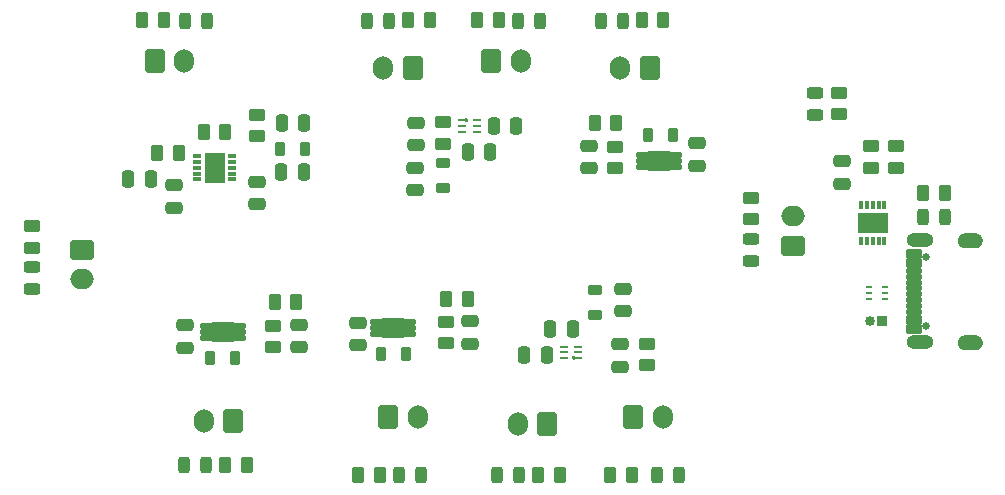
<source format=gbr>
%TF.GenerationSoftware,KiCad,Pcbnew,8.0.8*%
%TF.CreationDate,2025-02-07T06:01:23-05:00*%
%TF.ProjectId,power-delivery-board,706f7765-722d-4646-956c-69766572792d,rev?*%
%TF.SameCoordinates,Original*%
%TF.FileFunction,Soldermask,Top*%
%TF.FilePolarity,Negative*%
%FSLAX46Y46*%
G04 Gerber Fmt 4.6, Leading zero omitted, Abs format (unit mm)*
G04 Created by KiCad (PCBNEW 8.0.8) date 2025-02-07 06:01:23*
%MOMM*%
%LPD*%
G01*
G04 APERTURE LIST*
G04 Aperture macros list*
%AMRoundRect*
0 Rectangle with rounded corners*
0 $1 Rounding radius*
0 $2 $3 $4 $5 $6 $7 $8 $9 X,Y pos of 4 corners*
0 Add a 4 corners polygon primitive as box body*
4,1,4,$2,$3,$4,$5,$6,$7,$8,$9,$2,$3,0*
0 Add four circle primitives for the rounded corners*
1,1,$1+$1,$2,$3*
1,1,$1+$1,$4,$5*
1,1,$1+$1,$6,$7*
1,1,$1+$1,$8,$9*
0 Add four rect primitives between the rounded corners*
20,1,$1+$1,$2,$3,$4,$5,0*
20,1,$1+$1,$4,$5,$6,$7,0*
20,1,$1+$1,$6,$7,$8,$9,0*
20,1,$1+$1,$8,$9,$2,$3,0*%
G04 Aperture macros list end*
%ADD10C,0.000000*%
%ADD11C,0.010000*%
%ADD12RoundRect,0.250000X0.262500X0.450000X-0.262500X0.450000X-0.262500X-0.450000X0.262500X-0.450000X0*%
%ADD13R,0.300000X0.800000*%
%ADD14R,2.500000X1.750000*%
%ADD15RoundRect,0.102000X-0.406400X-0.152400X0.406400X-0.152400X0.406400X0.152400X-0.406400X0.152400X0*%
%ADD16RoundRect,0.102000X-0.876300X-0.723900X0.876300X-0.723900X0.876300X0.723900X-0.876300X0.723900X0*%
%ADD17RoundRect,0.243750X0.243750X0.456250X-0.243750X0.456250X-0.243750X-0.456250X0.243750X-0.456250X0*%
%ADD18RoundRect,0.250000X-0.250000X-0.475000X0.250000X-0.475000X0.250000X0.475000X-0.250000X0.475000X0*%
%ADD19RoundRect,0.250000X0.475000X-0.250000X0.475000X0.250000X-0.475000X0.250000X-0.475000X-0.250000X0*%
%ADD20RoundRect,0.250000X0.450000X-0.262500X0.450000X0.262500X-0.450000X0.262500X-0.450000X-0.262500X0*%
%ADD21RoundRect,0.102000X0.406400X0.152400X-0.406400X0.152400X-0.406400X-0.152400X0.406400X-0.152400X0*%
%ADD22RoundRect,0.102000X0.876300X0.723900X-0.876300X0.723900X-0.876300X-0.723900X0.876300X-0.723900X0*%
%ADD23RoundRect,0.250000X-0.262500X-0.450000X0.262500X-0.450000X0.262500X0.450000X-0.262500X0.450000X0*%
%ADD24RoundRect,0.250000X0.600000X0.750000X-0.600000X0.750000X-0.600000X-0.750000X0.600000X-0.750000X0*%
%ADD25O,1.700000X2.000000*%
%ADD26RoundRect,0.250000X-0.600000X-0.750000X0.600000X-0.750000X0.600000X0.750000X-0.600000X0.750000X0*%
%ADD27R,0.850000X0.850000*%
%ADD28O,0.850000X0.850000*%
%ADD29RoundRect,0.250000X-0.750000X0.600000X-0.750000X-0.600000X0.750000X-0.600000X0.750000X0.600000X0*%
%ADD30O,2.000000X1.700000*%
%ADD31R,0.660001X0.249999*%
%ADD32R,0.700001X0.249999*%
%ADD33RoundRect,0.243750X-0.243750X-0.456250X0.243750X-0.456250X0.243750X0.456250X-0.243750X0.456250X0*%
%ADD34RoundRect,0.218750X0.218750X0.381250X-0.218750X0.381250X-0.218750X-0.381250X0.218750X-0.381250X0*%
%ADD35R,0.800000X0.300000*%
%ADD36R,1.750000X2.500000*%
%ADD37RoundRect,0.250000X0.250000X0.475000X-0.250000X0.475000X-0.250000X-0.475000X0.250000X-0.475000X0*%
%ADD38RoundRect,0.218750X-0.381250X0.218750X-0.381250X-0.218750X0.381250X-0.218750X0.381250X0.218750X0*%
%ADD39RoundRect,0.218750X-0.218750X-0.381250X0.218750X-0.381250X0.218750X0.381250X-0.218750X0.381250X0*%
%ADD40C,0.650000*%
%ADD41RoundRect,0.102000X0.575000X-0.300000X0.575000X0.300000X-0.575000X0.300000X-0.575000X-0.300000X0*%
%ADD42RoundRect,0.102000X0.575000X-0.150000X0.575000X0.150000X-0.575000X0.150000X-0.575000X-0.150000X0*%
%ADD43O,2.304000X1.204000*%
%ADD44RoundRect,0.250000X-0.475000X0.250000X-0.475000X-0.250000X0.475000X-0.250000X0.475000X0.250000X0*%
%ADD45RoundRect,0.243750X-0.456250X0.243750X-0.456250X-0.243750X0.456250X-0.243750X0.456250X0.243750X0*%
%ADD46RoundRect,0.250000X-0.450000X0.262500X-0.450000X-0.262500X0.450000X-0.262500X0.450000X0.262500X0*%
%ADD47RoundRect,0.243750X0.456250X-0.243750X0.456250X0.243750X-0.456250X0.243750X-0.456250X-0.243750X0*%
%ADD48RoundRect,0.218750X0.381250X-0.218750X0.381250X0.218750X-0.381250X0.218750X-0.381250X-0.218750X0*%
%ADD49R,0.584200X0.279400*%
%ADD50RoundRect,0.250000X0.750000X-0.600000X0.750000X0.600000X-0.750000X0.600000X-0.750000X-0.600000X0*%
G04 APERTURE END LIST*
D10*
%TO.C,U7*%
G36*
X151847412Y-93925176D02*
G01*
X151856943Y-93928066D01*
X151865723Y-93932763D01*
X151873422Y-93939080D01*
X151879739Y-93946779D01*
X151884436Y-93955559D01*
X151887326Y-93965089D01*
X151888301Y-93975001D01*
X151888301Y-94224997D01*
X151887326Y-94234909D01*
X151884436Y-94244439D01*
X151879739Y-94253219D01*
X151873422Y-94260918D01*
X151865723Y-94267235D01*
X151856943Y-94271932D01*
X151847412Y-94274822D01*
X151837501Y-94275797D01*
X151787502Y-94275797D01*
X151777590Y-94274822D01*
X151768060Y-94271932D01*
X151759280Y-94267235D01*
X151751581Y-94260918D01*
X151651581Y-94160918D01*
X151645264Y-94153220D01*
X151640568Y-94144439D01*
X151637677Y-94134909D01*
X151636702Y-94124998D01*
X151636702Y-93975001D01*
X151637677Y-93965089D01*
X151640568Y-93955559D01*
X151645264Y-93946779D01*
X151651581Y-93939080D01*
X151659280Y-93932763D01*
X151668061Y-93928066D01*
X151677591Y-93925176D01*
X151687502Y-93924201D01*
X151837501Y-93924201D01*
X151847412Y-93925176D01*
G37*
%TO.C,U8*%
G36*
X142697415Y-73725179D02*
G01*
X142706945Y-73728069D01*
X142715725Y-73732766D01*
X142723424Y-73739083D01*
X142823424Y-73839083D01*
X142829741Y-73846781D01*
X142834437Y-73855562D01*
X142837328Y-73865092D01*
X142838303Y-73875003D01*
X142838303Y-74025000D01*
X142837328Y-74034912D01*
X142834437Y-74044442D01*
X142829741Y-74053222D01*
X142823424Y-74060921D01*
X142815725Y-74067238D01*
X142806944Y-74071935D01*
X142797414Y-74074825D01*
X142787503Y-74075800D01*
X142637504Y-74075800D01*
X142627593Y-74074825D01*
X142618062Y-74071935D01*
X142609282Y-74067238D01*
X142601583Y-74060921D01*
X142595266Y-74053222D01*
X142590569Y-74044442D01*
X142587679Y-74034912D01*
X142586704Y-74025000D01*
X142586704Y-73775004D01*
X142587679Y-73765092D01*
X142590569Y-73755562D01*
X142595266Y-73746782D01*
X142601583Y-73739083D01*
X142609282Y-73732766D01*
X142618062Y-73728069D01*
X142627593Y-73725179D01*
X142637504Y-73724204D01*
X142687503Y-73724204D01*
X142697415Y-73725179D01*
G37*
D11*
%TO.C,P1*%
X185730902Y-83513500D02*
X185762902Y-83515500D01*
X185793902Y-83519500D01*
X185824902Y-83525500D01*
X185854902Y-83532500D01*
X185884902Y-83541500D01*
X185914902Y-83552500D01*
X185943902Y-83564500D01*
X185971902Y-83577500D01*
X185999902Y-83592500D01*
X186026902Y-83609500D01*
X186052902Y-83627500D01*
X186077902Y-83646500D01*
X186100902Y-83666500D01*
X186123902Y-83688500D01*
X186145902Y-83711500D01*
X186165902Y-83734500D01*
X186184902Y-83759500D01*
X186202902Y-83785500D01*
X186219902Y-83812500D01*
X186234902Y-83840500D01*
X186247902Y-83868500D01*
X186259902Y-83897500D01*
X186270902Y-83927500D01*
X186279902Y-83957500D01*
X186286902Y-83987500D01*
X186292902Y-84018500D01*
X186296902Y-84049500D01*
X186298902Y-84081500D01*
X186299902Y-84112500D01*
X186298902Y-84143500D01*
X186296902Y-84175500D01*
X186292902Y-84206500D01*
X186286902Y-84237500D01*
X186279902Y-84267500D01*
X186270902Y-84297500D01*
X186259902Y-84327500D01*
X186247902Y-84356500D01*
X186234902Y-84384500D01*
X186219902Y-84412500D01*
X186202902Y-84439500D01*
X186184902Y-84465500D01*
X186165902Y-84490500D01*
X186145902Y-84513500D01*
X186123902Y-84536500D01*
X186100902Y-84558500D01*
X186077902Y-84578500D01*
X186052902Y-84597500D01*
X186026902Y-84615500D01*
X185999902Y-84632500D01*
X185971902Y-84647500D01*
X185943902Y-84660500D01*
X185914902Y-84672500D01*
X185884902Y-84683500D01*
X185854902Y-84692500D01*
X185824902Y-84699500D01*
X185793902Y-84705500D01*
X185762902Y-84709500D01*
X185730902Y-84711500D01*
X185699902Y-84712500D01*
X185299902Y-84712500D01*
X184899902Y-84712500D01*
X184868902Y-84711500D01*
X184836902Y-84709500D01*
X184805902Y-84705500D01*
X184774902Y-84699500D01*
X184744902Y-84692500D01*
X184714902Y-84683500D01*
X184684902Y-84672500D01*
X184655902Y-84660500D01*
X184627902Y-84647500D01*
X184599902Y-84632500D01*
X184572902Y-84615500D01*
X184546902Y-84597500D01*
X184521902Y-84578500D01*
X184498902Y-84558500D01*
X184475902Y-84536500D01*
X184453902Y-84513500D01*
X184433902Y-84490500D01*
X184414902Y-84465500D01*
X184396902Y-84439500D01*
X184379902Y-84412500D01*
X184364902Y-84384500D01*
X184351902Y-84356500D01*
X184339902Y-84327500D01*
X184328902Y-84297500D01*
X184319902Y-84267500D01*
X184312902Y-84237500D01*
X184306902Y-84206500D01*
X184302902Y-84175500D01*
X184300902Y-84143500D01*
X184299902Y-84112500D01*
X184300902Y-84081500D01*
X184302902Y-84049500D01*
X184306902Y-84018500D01*
X184312902Y-83987500D01*
X184319902Y-83957500D01*
X184328902Y-83927500D01*
X184339902Y-83897500D01*
X184351902Y-83868500D01*
X184364902Y-83840500D01*
X184379902Y-83812500D01*
X184396902Y-83785500D01*
X184414902Y-83759500D01*
X184433902Y-83734500D01*
X184453902Y-83711500D01*
X184475902Y-83688500D01*
X184498902Y-83666500D01*
X184521902Y-83646500D01*
X184546902Y-83627500D01*
X184572902Y-83609500D01*
X184599902Y-83592500D01*
X184627902Y-83577500D01*
X184655902Y-83564500D01*
X184684902Y-83552500D01*
X184714902Y-83541500D01*
X184744902Y-83532500D01*
X184774902Y-83525500D01*
X184805902Y-83519500D01*
X184836902Y-83515500D01*
X184868902Y-83513500D01*
X184899902Y-83512500D01*
X185299902Y-83512500D01*
X185699902Y-83512500D01*
X185730902Y-83513500D01*
G36*
X185730902Y-83513500D02*
G01*
X185762902Y-83515500D01*
X185793902Y-83519500D01*
X185824902Y-83525500D01*
X185854902Y-83532500D01*
X185884902Y-83541500D01*
X185914902Y-83552500D01*
X185943902Y-83564500D01*
X185971902Y-83577500D01*
X185999902Y-83592500D01*
X186026902Y-83609500D01*
X186052902Y-83627500D01*
X186077902Y-83646500D01*
X186100902Y-83666500D01*
X186123902Y-83688500D01*
X186145902Y-83711500D01*
X186165902Y-83734500D01*
X186184902Y-83759500D01*
X186202902Y-83785500D01*
X186219902Y-83812500D01*
X186234902Y-83840500D01*
X186247902Y-83868500D01*
X186259902Y-83897500D01*
X186270902Y-83927500D01*
X186279902Y-83957500D01*
X186286902Y-83987500D01*
X186292902Y-84018500D01*
X186296902Y-84049500D01*
X186298902Y-84081500D01*
X186299902Y-84112500D01*
X186298902Y-84143500D01*
X186296902Y-84175500D01*
X186292902Y-84206500D01*
X186286902Y-84237500D01*
X186279902Y-84267500D01*
X186270902Y-84297500D01*
X186259902Y-84327500D01*
X186247902Y-84356500D01*
X186234902Y-84384500D01*
X186219902Y-84412500D01*
X186202902Y-84439500D01*
X186184902Y-84465500D01*
X186165902Y-84490500D01*
X186145902Y-84513500D01*
X186123902Y-84536500D01*
X186100902Y-84558500D01*
X186077902Y-84578500D01*
X186052902Y-84597500D01*
X186026902Y-84615500D01*
X185999902Y-84632500D01*
X185971902Y-84647500D01*
X185943902Y-84660500D01*
X185914902Y-84672500D01*
X185884902Y-84683500D01*
X185854902Y-84692500D01*
X185824902Y-84699500D01*
X185793902Y-84705500D01*
X185762902Y-84709500D01*
X185730902Y-84711500D01*
X185699902Y-84712500D01*
X185299902Y-84712500D01*
X184899902Y-84712500D01*
X184868902Y-84711500D01*
X184836902Y-84709500D01*
X184805902Y-84705500D01*
X184774902Y-84699500D01*
X184744902Y-84692500D01*
X184714902Y-84683500D01*
X184684902Y-84672500D01*
X184655902Y-84660500D01*
X184627902Y-84647500D01*
X184599902Y-84632500D01*
X184572902Y-84615500D01*
X184546902Y-84597500D01*
X184521902Y-84578500D01*
X184498902Y-84558500D01*
X184475902Y-84536500D01*
X184453902Y-84513500D01*
X184433902Y-84490500D01*
X184414902Y-84465500D01*
X184396902Y-84439500D01*
X184379902Y-84412500D01*
X184364902Y-84384500D01*
X184351902Y-84356500D01*
X184339902Y-84327500D01*
X184328902Y-84297500D01*
X184319902Y-84267500D01*
X184312902Y-84237500D01*
X184306902Y-84206500D01*
X184302902Y-84175500D01*
X184300902Y-84143500D01*
X184299902Y-84112500D01*
X184300902Y-84081500D01*
X184302902Y-84049500D01*
X184306902Y-84018500D01*
X184312902Y-83987500D01*
X184319902Y-83957500D01*
X184328902Y-83927500D01*
X184339902Y-83897500D01*
X184351902Y-83868500D01*
X184364902Y-83840500D01*
X184379902Y-83812500D01*
X184396902Y-83785500D01*
X184414902Y-83759500D01*
X184433902Y-83734500D01*
X184453902Y-83711500D01*
X184475902Y-83688500D01*
X184498902Y-83666500D01*
X184521902Y-83646500D01*
X184546902Y-83627500D01*
X184572902Y-83609500D01*
X184599902Y-83592500D01*
X184627902Y-83577500D01*
X184655902Y-83564500D01*
X184684902Y-83552500D01*
X184714902Y-83541500D01*
X184744902Y-83532500D01*
X184774902Y-83525500D01*
X184805902Y-83519500D01*
X184836902Y-83515500D01*
X184868902Y-83513500D01*
X184899902Y-83512500D01*
X185299902Y-83512500D01*
X185699902Y-83512500D01*
X185730902Y-83513500D01*
G37*
X185730902Y-92153500D02*
X185762902Y-92155500D01*
X185793902Y-92159500D01*
X185824902Y-92165500D01*
X185854902Y-92172500D01*
X185884902Y-92181500D01*
X185914902Y-92192500D01*
X185943902Y-92204500D01*
X185971902Y-92217500D01*
X185999902Y-92232500D01*
X186026902Y-92249500D01*
X186052902Y-92267500D01*
X186077902Y-92286500D01*
X186100902Y-92306500D01*
X186123902Y-92328500D01*
X186145902Y-92351500D01*
X186165902Y-92374500D01*
X186184902Y-92399500D01*
X186202902Y-92425500D01*
X186219902Y-92452500D01*
X186234902Y-92480500D01*
X186247902Y-92508500D01*
X186259902Y-92537500D01*
X186270902Y-92567500D01*
X186279902Y-92597500D01*
X186286902Y-92627500D01*
X186292902Y-92658500D01*
X186296902Y-92689500D01*
X186298902Y-92721500D01*
X186299902Y-92752500D01*
X186298902Y-92783500D01*
X186296902Y-92815500D01*
X186292902Y-92846500D01*
X186286902Y-92877500D01*
X186279902Y-92907500D01*
X186270902Y-92937500D01*
X186259902Y-92967500D01*
X186247902Y-92996500D01*
X186234902Y-93024500D01*
X186219902Y-93052500D01*
X186202902Y-93079500D01*
X186184902Y-93105500D01*
X186165902Y-93130500D01*
X186145902Y-93153500D01*
X186123902Y-93176500D01*
X186100902Y-93198500D01*
X186077902Y-93218500D01*
X186052902Y-93237500D01*
X186026902Y-93255500D01*
X185999902Y-93272500D01*
X185971902Y-93287500D01*
X185943902Y-93300500D01*
X185914902Y-93312500D01*
X185884902Y-93323500D01*
X185854902Y-93332500D01*
X185824902Y-93339500D01*
X185793902Y-93345500D01*
X185762902Y-93349500D01*
X185730902Y-93351500D01*
X185699902Y-93352500D01*
X185299902Y-93352500D01*
X184899902Y-93352500D01*
X184868902Y-93351500D01*
X184836902Y-93349500D01*
X184805902Y-93345500D01*
X184774902Y-93339500D01*
X184744902Y-93332500D01*
X184714902Y-93323500D01*
X184684902Y-93312500D01*
X184655902Y-93300500D01*
X184627902Y-93287500D01*
X184599902Y-93272500D01*
X184572902Y-93255500D01*
X184546902Y-93237500D01*
X184521902Y-93218500D01*
X184498902Y-93198500D01*
X184475902Y-93176500D01*
X184453902Y-93153500D01*
X184433902Y-93130500D01*
X184414902Y-93105500D01*
X184396902Y-93079500D01*
X184379902Y-93052500D01*
X184364902Y-93024500D01*
X184351902Y-92996500D01*
X184339902Y-92967500D01*
X184328902Y-92937500D01*
X184319902Y-92907500D01*
X184312902Y-92877500D01*
X184306902Y-92846500D01*
X184302902Y-92815500D01*
X184300902Y-92783500D01*
X184299902Y-92752500D01*
X184300902Y-92721500D01*
X184302902Y-92689500D01*
X184306902Y-92658500D01*
X184312902Y-92627500D01*
X184319902Y-92597500D01*
X184328902Y-92567500D01*
X184339902Y-92537500D01*
X184351902Y-92508500D01*
X184364902Y-92480500D01*
X184379902Y-92452500D01*
X184396902Y-92425500D01*
X184414902Y-92399500D01*
X184433902Y-92374500D01*
X184453902Y-92351500D01*
X184475902Y-92328500D01*
X184498902Y-92306500D01*
X184521902Y-92286500D01*
X184546902Y-92267500D01*
X184572902Y-92249500D01*
X184599902Y-92232500D01*
X184627902Y-92217500D01*
X184655902Y-92204500D01*
X184684902Y-92192500D01*
X184714902Y-92181500D01*
X184744902Y-92172500D01*
X184774902Y-92165500D01*
X184805902Y-92159500D01*
X184836902Y-92155500D01*
X184868902Y-92153500D01*
X184899902Y-92152500D01*
X185299902Y-92152500D01*
X185699902Y-92152500D01*
X185730902Y-92153500D01*
G36*
X185730902Y-92153500D02*
G01*
X185762902Y-92155500D01*
X185793902Y-92159500D01*
X185824902Y-92165500D01*
X185854902Y-92172500D01*
X185884902Y-92181500D01*
X185914902Y-92192500D01*
X185943902Y-92204500D01*
X185971902Y-92217500D01*
X185999902Y-92232500D01*
X186026902Y-92249500D01*
X186052902Y-92267500D01*
X186077902Y-92286500D01*
X186100902Y-92306500D01*
X186123902Y-92328500D01*
X186145902Y-92351500D01*
X186165902Y-92374500D01*
X186184902Y-92399500D01*
X186202902Y-92425500D01*
X186219902Y-92452500D01*
X186234902Y-92480500D01*
X186247902Y-92508500D01*
X186259902Y-92537500D01*
X186270902Y-92567500D01*
X186279902Y-92597500D01*
X186286902Y-92627500D01*
X186292902Y-92658500D01*
X186296902Y-92689500D01*
X186298902Y-92721500D01*
X186299902Y-92752500D01*
X186298902Y-92783500D01*
X186296902Y-92815500D01*
X186292902Y-92846500D01*
X186286902Y-92877500D01*
X186279902Y-92907500D01*
X186270902Y-92937500D01*
X186259902Y-92967500D01*
X186247902Y-92996500D01*
X186234902Y-93024500D01*
X186219902Y-93052500D01*
X186202902Y-93079500D01*
X186184902Y-93105500D01*
X186165902Y-93130500D01*
X186145902Y-93153500D01*
X186123902Y-93176500D01*
X186100902Y-93198500D01*
X186077902Y-93218500D01*
X186052902Y-93237500D01*
X186026902Y-93255500D01*
X185999902Y-93272500D01*
X185971902Y-93287500D01*
X185943902Y-93300500D01*
X185914902Y-93312500D01*
X185884902Y-93323500D01*
X185854902Y-93332500D01*
X185824902Y-93339500D01*
X185793902Y-93345500D01*
X185762902Y-93349500D01*
X185730902Y-93351500D01*
X185699902Y-93352500D01*
X185299902Y-93352500D01*
X184899902Y-93352500D01*
X184868902Y-93351500D01*
X184836902Y-93349500D01*
X184805902Y-93345500D01*
X184774902Y-93339500D01*
X184744902Y-93332500D01*
X184714902Y-93323500D01*
X184684902Y-93312500D01*
X184655902Y-93300500D01*
X184627902Y-93287500D01*
X184599902Y-93272500D01*
X184572902Y-93255500D01*
X184546902Y-93237500D01*
X184521902Y-93218500D01*
X184498902Y-93198500D01*
X184475902Y-93176500D01*
X184453902Y-93153500D01*
X184433902Y-93130500D01*
X184414902Y-93105500D01*
X184396902Y-93079500D01*
X184379902Y-93052500D01*
X184364902Y-93024500D01*
X184351902Y-92996500D01*
X184339902Y-92967500D01*
X184328902Y-92937500D01*
X184319902Y-92907500D01*
X184312902Y-92877500D01*
X184306902Y-92846500D01*
X184302902Y-92815500D01*
X184300902Y-92783500D01*
X184299902Y-92752500D01*
X184300902Y-92721500D01*
X184302902Y-92689500D01*
X184306902Y-92658500D01*
X184312902Y-92627500D01*
X184319902Y-92597500D01*
X184328902Y-92567500D01*
X184339902Y-92537500D01*
X184351902Y-92508500D01*
X184364902Y-92480500D01*
X184379902Y-92452500D01*
X184396902Y-92425500D01*
X184414902Y-92399500D01*
X184433902Y-92374500D01*
X184453902Y-92351500D01*
X184475902Y-92328500D01*
X184498902Y-92306500D01*
X184521902Y-92286500D01*
X184546902Y-92267500D01*
X184572902Y-92249500D01*
X184599902Y-92232500D01*
X184627902Y-92217500D01*
X184655902Y-92204500D01*
X184684902Y-92192500D01*
X184714902Y-92181500D01*
X184744902Y-92172500D01*
X184774902Y-92165500D01*
X184805902Y-92159500D01*
X184836902Y-92155500D01*
X184868902Y-92153500D01*
X184899902Y-92152500D01*
X185299902Y-92152500D01*
X185699902Y-92152500D01*
X185730902Y-92153500D01*
G37*
%TD*%
D12*
%TO.C,R18*%
X135355614Y-103973858D03*
X133530614Y-103973858D03*
%TD*%
D13*
%TO.C,U5*%
X176070302Y-84141300D03*
X176570302Y-84141300D03*
X177070302Y-84141300D03*
X177570302Y-84141300D03*
X178070302Y-84141300D03*
X178070302Y-81141300D03*
X177570302Y-81141300D03*
X177070302Y-81141300D03*
X176570302Y-81141300D03*
X176070302Y-81141300D03*
D14*
X177070302Y-82641300D03*
%TD*%
D15*
%TO.C,U1*%
X120631502Y-91340000D03*
X120631502Y-91840000D03*
X120631502Y-92340000D03*
X123527102Y-92340000D03*
X123527102Y-91840000D03*
X123527102Y-91340000D03*
D16*
X122079302Y-91840000D03*
%TD*%
D17*
%TO.C,D3*%
X183198845Y-82104083D03*
X181323845Y-82104083D03*
%TD*%
D18*
%TO.C,C10*%
X127001002Y-78354000D03*
X128901002Y-78354000D03*
%TD*%
D19*
%TO.C,COUT4*%
X155698845Y-94804083D03*
X155698845Y-92904083D03*
%TD*%
D20*
%TO.C,R5*%
X176935102Y-77979083D03*
X176935102Y-76154083D03*
%TD*%
D21*
%TO.C,U2*%
X160433102Y-77900000D03*
X160433102Y-77400000D03*
X160433102Y-76900000D03*
X157537502Y-76900000D03*
X157537502Y-77400000D03*
X157537502Y-77900000D03*
D22*
X158985302Y-77400000D03*
%TD*%
D23*
%TO.C,R16*%
X122273845Y-103104083D03*
X124098845Y-103104083D03*
%TD*%
D24*
%TO.C,J5*%
X149504590Y-99666400D03*
D25*
X147004590Y-99666400D03*
%TD*%
D26*
%TO.C,J10*%
X156790302Y-99066400D03*
D25*
X159290302Y-99066400D03*
%TD*%
D27*
%TO.C,J2*%
X177883102Y-90905698D03*
D28*
X176883102Y-90905698D03*
%TD*%
D24*
%TO.C,J4*%
X122948845Y-99404083D03*
D25*
X120448845Y-99404083D03*
%TD*%
D12*
%TO.C,R3*%
X183198845Y-80104083D03*
X181373845Y-80104083D03*
%TD*%
D15*
%TO.C,U3*%
X135031502Y-91027500D03*
X135031502Y-91527500D03*
X135031502Y-92027500D03*
X137927102Y-92027500D03*
X137927102Y-91527500D03*
X137927102Y-91027500D03*
D16*
X136479302Y-91527500D03*
%TD*%
D29*
%TO.C,J1*%
X110116892Y-84914966D03*
D30*
X110116892Y-87414966D03*
%TD*%
D31*
%TO.C,U7*%
X152157503Y-94099999D03*
D32*
X152137501Y-93600000D03*
X152137501Y-93100001D03*
X150937503Y-93100001D03*
X150937503Y-93600000D03*
X150937503Y-94099999D03*
%TD*%
D17*
%TO.C,D7*%
X138843114Y-103973858D03*
X136968114Y-103973858D03*
%TD*%
D33*
%TO.C,D5*%
X118761345Y-103104083D03*
X120636345Y-103104083D03*
%TD*%
D20*
%TO.C,R11*%
X140909145Y-92816583D03*
X140909145Y-90991583D03*
%TD*%
D34*
%TO.C,3.3u2*%
X160185302Y-75200000D03*
X158060302Y-75200000D03*
%TD*%
D17*
%TO.C,D8*%
X160654114Y-103973858D03*
X158779114Y-103973858D03*
%TD*%
D35*
%TO.C,U6*%
X122851002Y-78954000D03*
X122851002Y-78454000D03*
X122851002Y-77954000D03*
X122851002Y-77454000D03*
X122851002Y-76954000D03*
X119851002Y-76954000D03*
X119851002Y-77454000D03*
X119851002Y-77954000D03*
X119851002Y-78454000D03*
X119851002Y-78954000D03*
D36*
X121351002Y-77954000D03*
%TD*%
D20*
%TO.C,R15*%
X105916892Y-84752466D03*
X105916892Y-82927466D03*
%TD*%
D37*
%TO.C,C9*%
X128951002Y-74204000D03*
X127051002Y-74204000D03*
%TD*%
D38*
%TO.C,L2*%
X153537502Y-88337500D03*
X153537502Y-90462500D03*
%TD*%
D31*
%TO.C,U8*%
X142317502Y-73900002D03*
D32*
X142337504Y-74400001D03*
X142337504Y-74900000D03*
X143537502Y-74900000D03*
X143537502Y-74400001D03*
X143537502Y-73900002D03*
%TD*%
D26*
%TO.C,J8*%
X136046302Y-99066400D03*
D25*
X138546302Y-99066400D03*
%TD*%
D17*
%TO.C,D11*%
X148916702Y-65527800D03*
X147041702Y-65527800D03*
%TD*%
D39*
%TO.C,L1*%
X126888502Y-76354000D03*
X129013502Y-76354000D03*
%TD*%
D23*
%TO.C,R20*%
X148743902Y-103973858D03*
X150568902Y-103973858D03*
%TD*%
D40*
%TO.C,P1*%
X181619902Y-91322500D03*
X181619902Y-85542500D03*
D41*
X180544902Y-91632500D03*
X180544902Y-90832500D03*
D42*
X180544902Y-89682500D03*
X180544902Y-88682500D03*
X180544902Y-88182500D03*
X180544902Y-87182500D03*
D41*
X180544902Y-85232500D03*
X180544902Y-86032500D03*
D42*
X180544902Y-86682500D03*
X180544902Y-87682500D03*
X180544902Y-89182500D03*
X180544902Y-90182500D03*
D43*
X181119902Y-92752500D03*
X181119902Y-84112500D03*
%TD*%
D44*
%TO.C,COUT6*%
X138448845Y-74154083D03*
X138448845Y-76054083D03*
%TD*%
%TO.C,CIN1*%
X118879302Y-91290000D03*
X118879302Y-93190000D03*
%TD*%
D19*
%TO.C,COUT2*%
X153061345Y-78000000D03*
X153061345Y-76100000D03*
%TD*%
D45*
%TO.C,D2*%
X172198845Y-71604083D03*
X172198845Y-73479083D03*
%TD*%
D20*
%TO.C,R24*%
X166808702Y-82336500D03*
X166808702Y-80511500D03*
%TD*%
D23*
%TO.C,R8*%
X140948845Y-89104083D03*
X142773845Y-89104083D03*
%TD*%
D18*
%TO.C,COUT7*%
X144987502Y-74400001D03*
X146887502Y-74400001D03*
%TD*%
D12*
%TO.C,R19*%
X156666802Y-103973858D03*
X154841802Y-103973858D03*
%TD*%
D39*
%TO.C,3.3u3*%
X135416802Y-93727500D03*
X137541802Y-93727500D03*
%TD*%
D46*
%TO.C,RIN1*%
X157934045Y-92854583D03*
X157934045Y-94679583D03*
%TD*%
D37*
%TO.C,CD1*%
X151687502Y-91600000D03*
X149787502Y-91600000D03*
%TD*%
D33*
%TO.C,D10*%
X134232202Y-65527800D03*
X136107202Y-65527800D03*
%TD*%
D20*
%TO.C,R14*%
X124951002Y-75316500D03*
X124951002Y-73491500D03*
%TD*%
D46*
%TO.C,R10*%
X155261345Y-76175000D03*
X155261345Y-78000000D03*
%TD*%
D19*
%TO.C,CIN5*%
X138337502Y-79850001D03*
X138337502Y-77950001D03*
%TD*%
D23*
%TO.C,R21*%
X137744702Y-65482800D03*
X139569702Y-65482800D03*
%TD*%
D12*
%TO.C,R23*%
X117057202Y-65482800D03*
X115232202Y-65482800D03*
%TD*%
D47*
%TO.C,D13*%
X166808702Y-85849000D03*
X166808702Y-83974000D03*
%TD*%
D33*
%TO.C,D9*%
X145231402Y-103973858D03*
X147106402Y-103973858D03*
%TD*%
D44*
%TO.C,C4*%
X174448845Y-77404083D03*
X174448845Y-79304083D03*
%TD*%
D46*
%TO.C,R2*%
X174198845Y-71604083D03*
X174198845Y-73429083D03*
%TD*%
D44*
%TO.C,C11*%
X124948845Y-79154083D03*
X124948845Y-81054083D03*
%TD*%
D20*
%TO.C,R4*%
X179035102Y-77966583D03*
X179035102Y-76141583D03*
%TD*%
D19*
%TO.C,CIN6*%
X117951002Y-81354000D03*
X117951002Y-79454000D03*
%TD*%
D39*
%TO.C,3.3u1*%
X120954302Y-94040000D03*
X123079302Y-94040000D03*
%TD*%
D23*
%TO.C,R17*%
X157514202Y-65482800D03*
X159339202Y-65482800D03*
%TD*%
D44*
%TO.C,COUT1*%
X128473845Y-91266583D03*
X128473845Y-93166583D03*
%TD*%
%TO.C,COUT3*%
X143009145Y-90954083D03*
X143009145Y-92854083D03*
%TD*%
D37*
%TO.C,C8*%
X115951002Y-78904000D03*
X114051002Y-78904000D03*
%TD*%
D23*
%TO.C,R6*%
X126448845Y-89354083D03*
X128273845Y-89354083D03*
%TD*%
D12*
%TO.C,R7*%
X155373845Y-74200000D03*
X153548845Y-74200000D03*
%TD*%
D47*
%TO.C,D4*%
X105916892Y-88264966D03*
X105916892Y-86389966D03*
%TD*%
D24*
%TO.C,J7*%
X138117502Y-69542000D03*
D25*
X135617502Y-69542000D03*
%TD*%
D44*
%TO.C,CIN4*%
X155937502Y-88200000D03*
X155937502Y-90100000D03*
%TD*%
D26*
%TO.C,J9*%
X144801502Y-68942000D03*
D25*
X147301502Y-68942000D03*
%TD*%
D17*
%TO.C,D12*%
X120707202Y-65527800D03*
X118832202Y-65527800D03*
%TD*%
D19*
%TO.C,CIN3*%
X133479302Y-92977500D03*
X133479302Y-91077500D03*
%TD*%
D24*
%TO.C,J6*%
X158203502Y-69542000D03*
D25*
X155703502Y-69542000D03*
%TD*%
D33*
%TO.C,D6*%
X154064202Y-65527800D03*
X155939202Y-65527800D03*
%TD*%
D12*
%TO.C,R22*%
X145441702Y-65482800D03*
X143616702Y-65482800D03*
%TD*%
%TO.C,R13*%
X118313502Y-76704000D03*
X116488502Y-76704000D03*
%TD*%
D46*
%TO.C,RIN2*%
X140698845Y-74087501D03*
X140698845Y-75912501D03*
%TD*%
D12*
%TO.C,R12*%
X122263502Y-74954000D03*
X120438502Y-74954000D03*
%TD*%
D48*
%TO.C,L3*%
X140737503Y-79662501D03*
X140737503Y-77537501D03*
%TD*%
D26*
%TO.C,J11*%
X116272002Y-68942000D03*
D25*
X118772002Y-68942000D03*
%TD*%
D19*
%TO.C,CIN2*%
X162185302Y-77800000D03*
X162185302Y-75900000D03*
%TD*%
D18*
%TO.C,CD2*%
X142787503Y-76600001D03*
X144687503Y-76600001D03*
%TD*%
D49*
%TO.C,U4*%
X178086302Y-89076898D03*
X178086302Y-88576899D03*
X178086302Y-88076900D03*
X176765502Y-88076900D03*
X176765502Y-88576899D03*
X176765502Y-89076898D03*
%TD*%
D50*
%TO.C,J3*%
X170369502Y-84551700D03*
D30*
X170369502Y-82051700D03*
%TD*%
D20*
%TO.C,R9*%
X126273845Y-93179083D03*
X126273845Y-91354083D03*
%TD*%
D37*
%TO.C,COUT5*%
X149487502Y-93800000D03*
X147587502Y-93800000D03*
%TD*%
M02*

</source>
